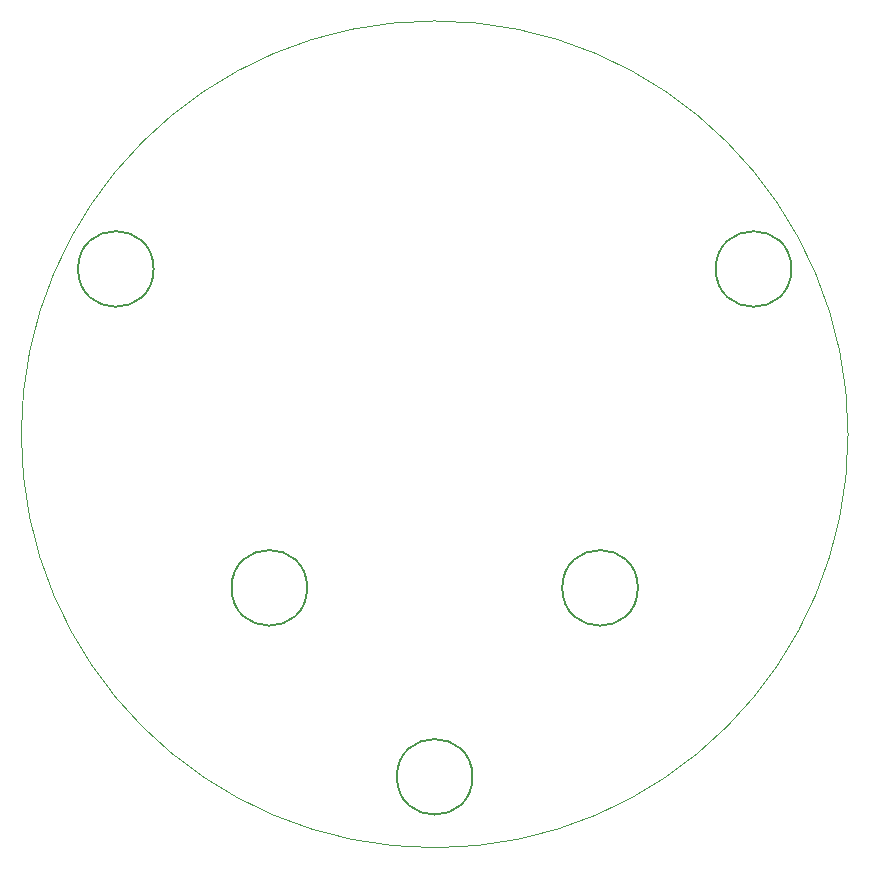
<source format=gbr>
%TF.GenerationSoftware,KiCad,Pcbnew,(7.0.0-0)*%
%TF.CreationDate,2023-03-07T01:41:50-06:00*%
%TF.ProjectId,RP2040_minimal,52503230-3430-45f6-9d69-6e696d616c2e,REV1*%
%TF.SameCoordinates,Original*%
%TF.FileFunction,Other,Comment*%
%FSLAX46Y46*%
G04 Gerber Fmt 4.6, Leading zero omitted, Abs format (unit mm)*
G04 Created by KiCad (PCBNEW (7.0.0-0)) date 2023-03-07 01:41:50*
%MOMM*%
%LPD*%
G01*
G04 APERTURE LIST*
%ADD10C,0.100000*%
%ADD11C,0.150000*%
G04 APERTURE END LIST*
D10*
X35000000Y0D02*
G75*
G03*
X35000000Y0I-35000000J0D01*
G01*
D11*
%TO.C,H3*%
X3200000Y-29000000D02*
G75*
G03*
X3200000Y-29000000I-3200000J0D01*
G01*
%TO.C,H2*%
X-23800000Y14000000D02*
G75*
G03*
X-23800000Y14000000I-3200000J0D01*
G01*
%TO.C,REF\u002A\u002A*%
X-10800000Y-13000000D02*
G75*
G03*
X-10800000Y-13000000I-3200000J0D01*
G01*
%TO.C,H1*%
X30200000Y14000000D02*
G75*
G03*
X30200000Y14000000I-3200000J0D01*
G01*
%TO.C,REF\u002A\u002A*%
X17200000Y-13000000D02*
G75*
G03*
X17200000Y-13000000I-3200000J0D01*
G01*
%TD*%
M02*

</source>
